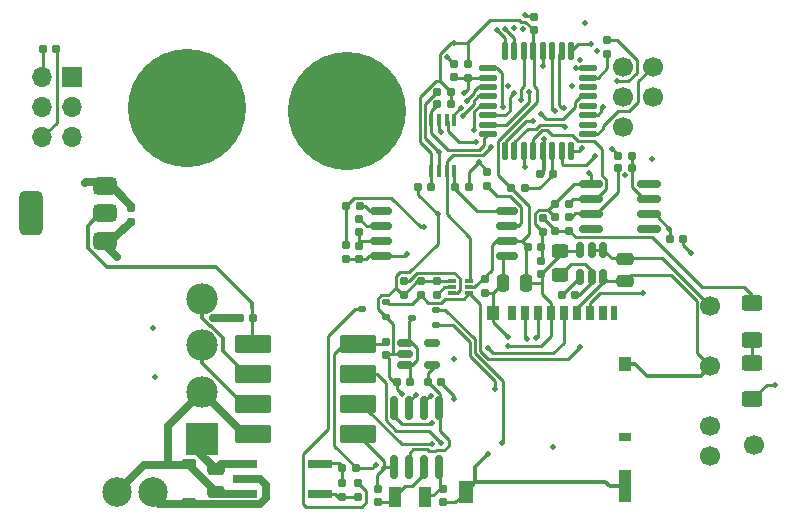
<source format=gbl>
G04 #@! TF.GenerationSoftware,KiCad,Pcbnew,8.0.0*
G04 #@! TF.CreationDate,2024-04-27T08:46:39-07:00*
G04 #@! TF.ProjectId,module controller,6d6f6475-6c65-4206-936f-6e74726f6c6c,rev?*
G04 #@! TF.SameCoordinates,Original*
G04 #@! TF.FileFunction,Copper,L4,Bot*
G04 #@! TF.FilePolarity,Positive*
%FSLAX46Y46*%
G04 Gerber Fmt 4.6, Leading zero omitted, Abs format (unit mm)*
G04 Created by KiCad (PCBNEW 8.0.0) date 2024-04-27 08:46:39*
%MOMM*%
%LPD*%
G01*
G04 APERTURE LIST*
G04 Aperture macros list*
%AMRoundRect*
0 Rectangle with rounded corners*
0 $1 Rounding radius*
0 $2 $3 $4 $5 $6 $7 $8 $9 X,Y pos of 4 corners*
0 Add a 4 corners polygon primitive as box body*
4,1,4,$2,$3,$4,$5,$6,$7,$8,$9,$2,$3,0*
0 Add four circle primitives for the rounded corners*
1,1,$1+$1,$2,$3*
1,1,$1+$1,$4,$5*
1,1,$1+$1,$6,$7*
1,1,$1+$1,$8,$9*
0 Add four rect primitives between the rounded corners*
20,1,$1+$1,$2,$3,$4,$5,0*
20,1,$1+$1,$4,$5,$6,$7,0*
20,1,$1+$1,$6,$7,$8,$9,0*
20,1,$1+$1,$8,$9,$2,$3,0*%
G04 Aperture macros list end*
G04 #@! TA.AperFunction,ComponentPad*
%ADD10C,1.700000*%
G04 #@! TD*
G04 #@! TA.AperFunction,ComponentPad*
%ADD11C,10.000000*%
G04 #@! TD*
G04 #@! TA.AperFunction,ComponentPad*
%ADD12C,2.500000*%
G04 #@! TD*
G04 #@! TA.AperFunction,SMDPad,CuDef*
%ADD13RoundRect,0.250000X-0.450000X0.325000X-0.450000X-0.325000X0.450000X-0.325000X0.450000X0.325000X0*%
G04 #@! TD*
G04 #@! TA.AperFunction,SMDPad,CuDef*
%ADD14RoundRect,0.155000X0.212500X0.155000X-0.212500X0.155000X-0.212500X-0.155000X0.212500X-0.155000X0*%
G04 #@! TD*
G04 #@! TA.AperFunction,SMDPad,CuDef*
%ADD15RoundRect,0.155000X0.155000X-0.212500X0.155000X0.212500X-0.155000X0.212500X-0.155000X-0.212500X0*%
G04 #@! TD*
G04 #@! TA.AperFunction,SMDPad,CuDef*
%ADD16R,1.000000X1.800000*%
G04 #@! TD*
G04 #@! TA.AperFunction,SMDPad,CuDef*
%ADD17RoundRect,0.155000X-0.212500X-0.155000X0.212500X-0.155000X0.212500X0.155000X-0.212500X0.155000X0*%
G04 #@! TD*
G04 #@! TA.AperFunction,SMDPad,CuDef*
%ADD18RoundRect,0.160000X-0.160000X0.197500X-0.160000X-0.197500X0.160000X-0.197500X0.160000X0.197500X0*%
G04 #@! TD*
G04 #@! TA.AperFunction,SMDPad,CuDef*
%ADD19RoundRect,0.155000X-0.155000X0.212500X-0.155000X-0.212500X0.155000X-0.212500X0.155000X0.212500X0*%
G04 #@! TD*
G04 #@! TA.AperFunction,SMDPad,CuDef*
%ADD20RoundRect,0.160000X-0.197500X-0.160000X0.197500X-0.160000X0.197500X0.160000X-0.197500X0.160000X0*%
G04 #@! TD*
G04 #@! TA.AperFunction,ComponentPad*
%ADD21R,2.667000X2.667000*%
G04 #@! TD*
G04 #@! TA.AperFunction,ComponentPad*
%ADD22C,2.667000*%
G04 #@! TD*
G04 #@! TA.AperFunction,SMDPad,CuDef*
%ADD23RoundRect,0.250000X-0.475000X0.250000X-0.475000X-0.250000X0.475000X-0.250000X0.475000X0.250000X0*%
G04 #@! TD*
G04 #@! TA.AperFunction,SMDPad,CuDef*
%ADD24RoundRect,0.160000X0.197500X0.160000X-0.197500X0.160000X-0.197500X-0.160000X0.197500X-0.160000X0*%
G04 #@! TD*
G04 #@! TA.AperFunction,SMDPad,CuDef*
%ADD25RoundRect,0.150000X0.150000X-0.825000X0.150000X0.825000X-0.150000X0.825000X-0.150000X-0.825000X0*%
G04 #@! TD*
G04 #@! TA.AperFunction,SMDPad,CuDef*
%ADD26RoundRect,0.250000X-0.625000X0.400000X-0.625000X-0.400000X0.625000X-0.400000X0.625000X0.400000X0*%
G04 #@! TD*
G04 #@! TA.AperFunction,SMDPad,CuDef*
%ADD27RoundRect,0.112500X-0.237500X0.112500X-0.237500X-0.112500X0.237500X-0.112500X0.237500X0.112500X0*%
G04 #@! TD*
G04 #@! TA.AperFunction,SMDPad,CuDef*
%ADD28RoundRect,0.250000X1.300000X0.550000X-1.300000X0.550000X-1.300000X-0.550000X1.300000X-0.550000X0*%
G04 #@! TD*
G04 #@! TA.AperFunction,SMDPad,CuDef*
%ADD29RoundRect,0.150000X0.750000X0.150000X-0.750000X0.150000X-0.750000X-0.150000X0.750000X-0.150000X0*%
G04 #@! TD*
G04 #@! TA.AperFunction,SMDPad,CuDef*
%ADD30RoundRect,0.160000X0.160000X-0.197500X0.160000X0.197500X-0.160000X0.197500X-0.160000X-0.197500X0*%
G04 #@! TD*
G04 #@! TA.AperFunction,SMDPad,CuDef*
%ADD31R,0.400000X1.100000*%
G04 #@! TD*
G04 #@! TA.AperFunction,SMDPad,CuDef*
%ADD32R,0.700000X1.200000*%
G04 #@! TD*
G04 #@! TA.AperFunction,SMDPad,CuDef*
%ADD33R,0.500000X1.200000*%
G04 #@! TD*
G04 #@! TA.AperFunction,SMDPad,CuDef*
%ADD34R,1.000000X0.800000*%
G04 #@! TD*
G04 #@! TA.AperFunction,SMDPad,CuDef*
%ADD35R,1.000000X2.800000*%
G04 #@! TD*
G04 #@! TA.AperFunction,SMDPad,CuDef*
%ADD36R,1.000000X1.200000*%
G04 #@! TD*
G04 #@! TA.AperFunction,SMDPad,CuDef*
%ADD37R,1.300000X1.900000*%
G04 #@! TD*
G04 #@! TA.AperFunction,SMDPad,CuDef*
%ADD38RoundRect,0.150000X-0.825000X-0.150000X0.825000X-0.150000X0.825000X0.150000X-0.825000X0.150000X0*%
G04 #@! TD*
G04 #@! TA.AperFunction,ComponentPad*
%ADD39R,1.700000X1.700000*%
G04 #@! TD*
G04 #@! TA.AperFunction,ComponentPad*
%ADD40O,1.700000X1.700000*%
G04 #@! TD*
G04 #@! TA.AperFunction,SMDPad,CuDef*
%ADD41R,2.000000X0.640000*%
G04 #@! TD*
G04 #@! TA.AperFunction,SMDPad,CuDef*
%ADD42RoundRect,0.150000X-0.150000X0.512500X-0.150000X-0.512500X0.150000X-0.512500X0.150000X0.512500X0*%
G04 #@! TD*
G04 #@! TA.AperFunction,SMDPad,CuDef*
%ADD43RoundRect,0.250000X0.250000X0.475000X-0.250000X0.475000X-0.250000X-0.475000X0.250000X-0.475000X0*%
G04 #@! TD*
G04 #@! TA.AperFunction,SMDPad,CuDef*
%ADD44RoundRect,0.075000X-0.275000X-0.075000X0.275000X-0.075000X0.275000X0.075000X-0.275000X0.075000X0*%
G04 #@! TD*
G04 #@! TA.AperFunction,SMDPad,CuDef*
%ADD45RoundRect,0.375000X0.625000X0.375000X-0.625000X0.375000X-0.625000X-0.375000X0.625000X-0.375000X0*%
G04 #@! TD*
G04 #@! TA.AperFunction,SMDPad,CuDef*
%ADD46RoundRect,0.500000X0.500000X1.400000X-0.500000X1.400000X-0.500000X-1.400000X0.500000X-1.400000X0*%
G04 #@! TD*
G04 #@! TA.AperFunction,SMDPad,CuDef*
%ADD47RoundRect,0.225000X0.375000X-0.225000X0.375000X0.225000X-0.375000X0.225000X-0.375000X-0.225000X0*%
G04 #@! TD*
G04 #@! TA.AperFunction,SMDPad,CuDef*
%ADD48RoundRect,0.150000X-0.512500X-0.150000X0.512500X-0.150000X0.512500X0.150000X-0.512500X0.150000X0*%
G04 #@! TD*
G04 #@! TA.AperFunction,SMDPad,CuDef*
%ADD49RoundRect,0.125000X-0.125000X0.675000X-0.125000X-0.675000X0.125000X-0.675000X0.125000X0.675000X0*%
G04 #@! TD*
G04 #@! TA.AperFunction,SMDPad,CuDef*
%ADD50RoundRect,0.125000X0.675000X0.125000X-0.675000X0.125000X-0.675000X-0.125000X0.675000X-0.125000X0*%
G04 #@! TD*
G04 #@! TA.AperFunction,ViaPad*
%ADD51C,0.500000*%
G04 #@! TD*
G04 #@! TA.AperFunction,Conductor*
%ADD52C,0.254000*%
G04 #@! TD*
G04 #@! TA.AperFunction,Conductor*
%ADD53C,0.350000*%
G04 #@! TD*
G04 #@! TA.AperFunction,Conductor*
%ADD54C,0.635000*%
G04 #@! TD*
G04 APERTURE END LIST*
D10*
X152200000Y-70500000D03*
X143660000Y-41010000D03*
X141120000Y-41010000D03*
D11*
X117750000Y-42250000D03*
D12*
X101330000Y-74520000D03*
X98330000Y-74520000D03*
D11*
X104250000Y-42000000D03*
D10*
X143660000Y-38470000D03*
X141120000Y-38470000D03*
X141130000Y-43550000D03*
D13*
X135800000Y-54075000D03*
X135800000Y-56125000D03*
D14*
X135217500Y-47600000D03*
X134082500Y-47600000D03*
D15*
X125870000Y-75337500D03*
X125870000Y-74202500D03*
D16*
X121880000Y-74880000D03*
X124380000Y-74880000D03*
D17*
X124612500Y-65150000D03*
X125747500Y-65150000D03*
D15*
X133600000Y-35387500D03*
X133600000Y-34252500D03*
D18*
X135400000Y-51202500D03*
X135400000Y-52397500D03*
D19*
X121050000Y-61772500D03*
X121050000Y-62907500D03*
D20*
X140722500Y-46040000D03*
X141917500Y-46040000D03*
D17*
X126962500Y-48680000D03*
X128097500Y-48680000D03*
D21*
X105500000Y-70000000D03*
D22*
X105500000Y-66038000D03*
X105500000Y-62075000D03*
X105500000Y-58113000D03*
D23*
X141300000Y-54750000D03*
X141300000Y-56650000D03*
D19*
X134400000Y-51332500D03*
X134400000Y-52467500D03*
D15*
X126820000Y-39367500D03*
X126820000Y-38232500D03*
D18*
X136600000Y-51202500D03*
X136600000Y-52397500D03*
D24*
X141887500Y-47050000D03*
X140692500Y-47050000D03*
D14*
X109837500Y-59730000D03*
X108702500Y-59730000D03*
D25*
X125595000Y-72335000D03*
X124325000Y-72335000D03*
X123055000Y-72335000D03*
X121785000Y-72335000D03*
X121785000Y-67385000D03*
X123055000Y-67385000D03*
X124325000Y-67385000D03*
X125595000Y-67385000D03*
D26*
X152080000Y-63550000D03*
X152080000Y-66650000D03*
D27*
X121090000Y-58389999D03*
X121089999Y-59690000D03*
X119090000Y-59040000D03*
D28*
X118695000Y-61960000D03*
X118695000Y-64500000D03*
X118695000Y-67040000D03*
X118695000Y-69580000D03*
X109805000Y-69580000D03*
X109805000Y-67040000D03*
X109805000Y-64500000D03*
X109805000Y-61960000D03*
D14*
X123117500Y-65210000D03*
X121982500Y-65210000D03*
D10*
X148558200Y-71480000D03*
X148558200Y-68940000D03*
X148558200Y-63860000D03*
X148558200Y-58780000D03*
D29*
X131295000Y-50715000D03*
X131295000Y-51985000D03*
X131295000Y-53255000D03*
X131295000Y-54525000D03*
X120645000Y-54525000D03*
X120645000Y-53255000D03*
X120645000Y-51985000D03*
X120645000Y-50715000D03*
D26*
X152080000Y-58500000D03*
X152080000Y-61600000D03*
D15*
X99500000Y-51605000D03*
X99500000Y-50470000D03*
D14*
X136567500Y-50100000D03*
X135432500Y-50100000D03*
D30*
X122570000Y-57810000D03*
X122570000Y-56615000D03*
D18*
X117380000Y-73712500D03*
X117380000Y-74907500D03*
X125380000Y-56605000D03*
X125380000Y-57800000D03*
D24*
X118867500Y-50290000D03*
X117672500Y-50290000D03*
D30*
X124020000Y-57830000D03*
X124020000Y-56635000D03*
D19*
X118810000Y-53632500D03*
X118810000Y-54767500D03*
D31*
X124925000Y-43010000D03*
X125575000Y-43010000D03*
X126225000Y-43010000D03*
X126875000Y-43010000D03*
X126875000Y-47310000D03*
X126225000Y-47310000D03*
X125575000Y-47310000D03*
X124925000Y-47310000D03*
D30*
X139770000Y-37397500D03*
X139770000Y-36202500D03*
D27*
X125300000Y-59069999D03*
X125299999Y-60370000D03*
X123300000Y-59720000D03*
D19*
X120440000Y-74202500D03*
X120440000Y-75337500D03*
D14*
X134217500Y-53750000D03*
X133082500Y-53750000D03*
D32*
X131725000Y-59375000D03*
X132825000Y-59375000D03*
X133925000Y-59375000D03*
X135025000Y-59375000D03*
X136125000Y-59375000D03*
X137225000Y-59375000D03*
X138325000Y-59375000D03*
X139425000Y-59375000D03*
D33*
X140375000Y-59375000D03*
D34*
X141325000Y-69875000D03*
D35*
X141325000Y-74025000D03*
D36*
X141325000Y-63675000D03*
X130175000Y-59375000D03*
D37*
X127825000Y-74475000D03*
D18*
X118730000Y-73712500D03*
X118730000Y-74907500D03*
D19*
X118810000Y-51352500D03*
X118810000Y-52487500D03*
D38*
X138425000Y-52205000D03*
X138425000Y-50935000D03*
X138425000Y-49665000D03*
X138425000Y-48395000D03*
X143375000Y-48395000D03*
X143375000Y-49665000D03*
X143375000Y-50935000D03*
X143375000Y-52205000D03*
D24*
X126597500Y-40640000D03*
X125402500Y-40640000D03*
D17*
X135957500Y-57785000D03*
X137092500Y-57785000D03*
D18*
X129650000Y-47402500D03*
X129650000Y-48597500D03*
D17*
X145112500Y-53040000D03*
X146247500Y-53040000D03*
D39*
X94512500Y-39395000D03*
D40*
X91972500Y-39395000D03*
X94512500Y-41935000D03*
X91972500Y-41935000D03*
X94512500Y-44475000D03*
X91972500Y-44475000D03*
D41*
X115480000Y-72110000D03*
X115480000Y-74650000D03*
X109180000Y-74650000D03*
X109180000Y-73380000D03*
X109180000Y-72110000D03*
D15*
X134200000Y-56042500D03*
X134200000Y-54907500D03*
D24*
X126607500Y-41680000D03*
X125412500Y-41680000D03*
D20*
X117362500Y-72470000D03*
X118557500Y-72470000D03*
D42*
X137550000Y-53980500D03*
X138500000Y-53980500D03*
X139450000Y-53980500D03*
X139450000Y-56255500D03*
X138500000Y-56255500D03*
X137550000Y-56255500D03*
D17*
X92032500Y-36990000D03*
X93167500Y-36990000D03*
D43*
X132925000Y-56825000D03*
X131025000Y-56825000D03*
D44*
X126650000Y-57655000D03*
X126650000Y-57155000D03*
X126650000Y-56655000D03*
X128150000Y-56655000D03*
X128150000Y-57155000D03*
X128150000Y-57655000D03*
D19*
X117730000Y-53602500D03*
X117730000Y-54737500D03*
D23*
X106651764Y-72571764D03*
X106651764Y-74471764D03*
D45*
X97310000Y-48610000D03*
X97310000Y-50910000D03*
X97310000Y-53210000D03*
D46*
X91010000Y-50910000D03*
D47*
X104380000Y-75447500D03*
X104380000Y-72147500D03*
D20*
X131672500Y-48750000D03*
X132867500Y-48750000D03*
D19*
X129470000Y-56472500D03*
X129470000Y-57607500D03*
D18*
X128020000Y-38232500D03*
X128020000Y-39427500D03*
D48*
X122702500Y-63770000D03*
X122702500Y-62820000D03*
X122702500Y-61870000D03*
X124977500Y-61870000D03*
X124977500Y-63770000D03*
D49*
X131150000Y-37150000D03*
X131950000Y-37150000D03*
X132750000Y-37150000D03*
X133550000Y-37150000D03*
X134350000Y-37150000D03*
X135150000Y-37150000D03*
X135950000Y-37150000D03*
X136750000Y-37150000D03*
D50*
X138200000Y-38600000D03*
X138200000Y-39400000D03*
X138200000Y-40200000D03*
X138200000Y-41000000D03*
X138200000Y-41800000D03*
X138200000Y-42600000D03*
X138200000Y-43400000D03*
X138200000Y-44200000D03*
D49*
X136750000Y-45650000D03*
X135950000Y-45650000D03*
X135150000Y-45650000D03*
X134350000Y-45650000D03*
X133550000Y-45650000D03*
X132750000Y-45650000D03*
X131950000Y-45650000D03*
X131150000Y-45650000D03*
D50*
X129700000Y-44200000D03*
X129700000Y-43400000D03*
X129700000Y-42600000D03*
X129700000Y-41800000D03*
X129700000Y-41000000D03*
X129700000Y-40200000D03*
X129700000Y-39400000D03*
X129700000Y-38600000D03*
D14*
X124915000Y-48710000D03*
X123780000Y-48710000D03*
D51*
X134350000Y-38430000D03*
X126235080Y-37668317D03*
X143610000Y-46290000D03*
X138969345Y-37127899D03*
X138282291Y-47449290D03*
X146920000Y-54230000D03*
X126828356Y-66638357D03*
X128950000Y-46590000D03*
X134481399Y-44581399D03*
X127400682Y-41972071D03*
X120924994Y-72425006D03*
X141277042Y-47684083D03*
X122419706Y-66206322D03*
X125450000Y-50990000D03*
X135250000Y-70720000D03*
X131413512Y-61369454D03*
X132832504Y-34102937D03*
X129730000Y-71260000D03*
X136810000Y-40110000D03*
X131454000Y-40148391D03*
X131387330Y-62119000D03*
X126844336Y-36492162D03*
X120220656Y-72167313D03*
X130900000Y-70380000D03*
X137933614Y-34801408D03*
X145080002Y-52190002D03*
X122882735Y-54382735D03*
X98290000Y-54570000D03*
X95630000Y-48310000D03*
X106430000Y-59720000D03*
X101560000Y-64740000D03*
X101350000Y-60600000D03*
X138753000Y-46072235D03*
X140241644Y-45428356D03*
X130330000Y-65800000D03*
X130459187Y-35398859D03*
X134175294Y-42480000D03*
X131175011Y-35298681D03*
X127730000Y-40700000D03*
X137156874Y-38567383D03*
X133800000Y-61492000D03*
X128497000Y-43823000D03*
X129752330Y-62327670D03*
X138440244Y-36585782D03*
X142810000Y-57660000D03*
X139450000Y-41895517D03*
X124999999Y-70436713D03*
X135428209Y-42258929D03*
X136126825Y-41986092D03*
X125761080Y-70317684D03*
X133000000Y-61520000D03*
X132820000Y-46970000D03*
X133549895Y-43097426D03*
X123593450Y-66264454D03*
X127595410Y-42666874D03*
X124959603Y-68646292D03*
X131000000Y-41927616D03*
X126860000Y-63250000D03*
X124273000Y-52070000D03*
X136217850Y-43557000D03*
X154030000Y-65400000D03*
X137645031Y-45410282D03*
X137469383Y-37902089D03*
X132655318Y-35329530D03*
X133191866Y-40593584D03*
X131927691Y-35235358D03*
X131913000Y-40692725D03*
X127925688Y-41391024D03*
X124888628Y-66328085D03*
X125730000Y-43990000D03*
X125580000Y-45710000D03*
X128728919Y-44824839D03*
X132540000Y-41280000D03*
X137500000Y-62200000D03*
X140667086Y-39688555D03*
X129946000Y-45296528D03*
D52*
X123399288Y-70890713D02*
X123120000Y-71170001D01*
X125378740Y-70944684D02*
X125259711Y-71063713D01*
X123120000Y-71170001D02*
X123120000Y-72145000D01*
X124740287Y-71063713D02*
X124567287Y-70890713D01*
X124612500Y-65182500D02*
X125660000Y-66230000D01*
X125297500Y-63770000D02*
X124612500Y-64455000D01*
X125660000Y-69329892D02*
X126388080Y-70057972D01*
X125259711Y-71063713D02*
X124740287Y-71063713D01*
X126020792Y-70944684D02*
X125378740Y-70944684D01*
X124612500Y-64455000D02*
X124612500Y-65182500D01*
X124567287Y-70890713D02*
X123399288Y-70890713D01*
X126388080Y-70057972D02*
X126388080Y-70577396D01*
X126388080Y-70577396D02*
X126020792Y-70944684D01*
X125660000Y-66230000D02*
X125660000Y-69329892D01*
X135100000Y-47708018D02*
X134058018Y-48750000D01*
X135100000Y-46150000D02*
X135100000Y-47708018D01*
X134058018Y-48750000D02*
X132867500Y-48750000D01*
X125660000Y-72145000D02*
X125660000Y-74210000D01*
X125660000Y-74210000D02*
X125080000Y-74790000D01*
X125080000Y-74790000D02*
X124380000Y-74790000D01*
X120440000Y-75337500D02*
X120987500Y-75337500D01*
X121330000Y-75340000D02*
X122660000Y-74010000D01*
X123270000Y-74010000D02*
X124390000Y-72890000D01*
X122660000Y-74010000D02*
X123270000Y-74010000D01*
X120987500Y-75337500D02*
X120990000Y-75340000D01*
X120990000Y-75340000D02*
X121330000Y-75340000D01*
X136966018Y-48395000D02*
X138425000Y-48395000D01*
X121360000Y-64777500D02*
X121772500Y-65190000D01*
D53*
X142175000Y-63675000D02*
X141325000Y-63675000D01*
D52*
X120320000Y-73030000D02*
X120924994Y-72425006D01*
X138425000Y-47591999D02*
X138282291Y-47449290D01*
X147381200Y-62683000D02*
X148558200Y-63860000D01*
X121923000Y-57195500D02*
X121923000Y-56211344D01*
X122265844Y-55868500D02*
X123061500Y-55868500D01*
X125380000Y-56605000D02*
X124050000Y-56605000D01*
X120367499Y-58967500D02*
X121690000Y-60290001D01*
X125870000Y-75337500D02*
X126962500Y-75337500D01*
X141300000Y-56650000D02*
X139844500Y-56650000D01*
D53*
X148558200Y-63860000D02*
X147718200Y-64700000D01*
D52*
X133573437Y-34225937D02*
X132955504Y-34225937D01*
D53*
X128654000Y-73646000D02*
X139646000Y-73646000D01*
D52*
X126875000Y-43010000D02*
X126875000Y-42497753D01*
X130107500Y-57607500D02*
X130175000Y-57675000D01*
X121690000Y-62700000D02*
X121810000Y-62820000D01*
X121360000Y-63217500D02*
X121360000Y-64777500D01*
X121785000Y-72335000D02*
X121015000Y-72335000D01*
X93203500Y-37026000D02*
X93203500Y-43244000D01*
X121015000Y-72335000D02*
X120924994Y-72425006D01*
X141799938Y-56150062D02*
X145196774Y-56150062D01*
X123022500Y-62820000D02*
X121810000Y-62820000D01*
X123745000Y-56635000D02*
X122570000Y-57810000D01*
D53*
X128654000Y-72336000D02*
X128654000Y-73646000D01*
D52*
X121982500Y-65769116D02*
X121982500Y-65210000D01*
X120924994Y-71864994D02*
X118785000Y-69725000D01*
D53*
X129730000Y-71260000D02*
X128654000Y-72336000D01*
D52*
X134400000Y-52467500D02*
X133709000Y-51776500D01*
X134022982Y-50584000D02*
X134777018Y-50584000D01*
X123061500Y-55868500D02*
X125450000Y-53480000D01*
X131025000Y-54795000D02*
X131295000Y-54525000D01*
X131025000Y-56825000D02*
X131025000Y-54795000D01*
X120924994Y-72425006D02*
X120924994Y-71864994D01*
X120667334Y-57837999D02*
X120367499Y-58137834D01*
X130175000Y-59375000D02*
X130175000Y-60130942D01*
X129650000Y-47290000D02*
X128950000Y-46590000D01*
X120367499Y-58137834D02*
X120367499Y-58967500D01*
X145196774Y-56150062D02*
X147381200Y-58334488D01*
X121690000Y-60290001D02*
X121690000Y-62700000D01*
X128097500Y-48680000D02*
X128097500Y-47442500D01*
X126962500Y-75337500D02*
X127825000Y-74475000D01*
X121050000Y-62907500D02*
X121360000Y-63217500D01*
X134350000Y-38430000D02*
X134350000Y-36650000D01*
X126650000Y-56655000D02*
X125430000Y-56655000D01*
X133709000Y-51776500D02*
X133709000Y-50897982D01*
X130175000Y-57675000D02*
X130175000Y-59375000D01*
X122419706Y-66206322D02*
X121982500Y-65769116D01*
X128097500Y-47442500D02*
X128950000Y-46590000D01*
X126875000Y-42497753D02*
X127400682Y-41972071D01*
X138425000Y-48395000D02*
X138425000Y-47591999D01*
X124020000Y-56635000D02*
X123745000Y-56635000D01*
X121923000Y-56211344D02*
X122265844Y-55868500D01*
X134777018Y-50584000D02*
X136966018Y-48395000D01*
X125450000Y-53480000D02*
X125450000Y-50990000D01*
X131025000Y-56825000D02*
X130175000Y-57675000D01*
X133709000Y-50897982D02*
X134022982Y-50584000D01*
X122537500Y-57810000D02*
X121923000Y-57195500D01*
X134082500Y-47600000D02*
X134481399Y-47201101D01*
X123780000Y-48710000D02*
X123780000Y-49320000D01*
X132832504Y-34102937D02*
X132955504Y-34225937D01*
X134350000Y-47532500D02*
X134350000Y-46050000D01*
D53*
X139646000Y-73646000D02*
X140025000Y-74025000D01*
D52*
X134777018Y-50584000D02*
X135395518Y-51202500D01*
X93203500Y-43244000D02*
X91972500Y-44475000D01*
X120320000Y-74352500D02*
X120320000Y-73030000D01*
X146247500Y-53040000D02*
X146247500Y-53557500D01*
X130175000Y-60130942D02*
X131413512Y-61369454D01*
X123780000Y-49320000D02*
X125450000Y-50990000D01*
X141300000Y-56650000D02*
X141799938Y-56150062D01*
X126235080Y-37668317D02*
X126799263Y-38232500D01*
D53*
X147718200Y-64700000D02*
X143200000Y-64700000D01*
X140025000Y-74025000D02*
X141325000Y-74025000D01*
D52*
X121280501Y-57837999D02*
X120667334Y-57837999D01*
X139450000Y-56718947D02*
X137225000Y-58943947D01*
D53*
X127825000Y-74475000D02*
X128654000Y-73646000D01*
D52*
X147381200Y-58334488D02*
X147381200Y-62683000D01*
X134481399Y-47201101D02*
X134481399Y-44581399D01*
X121810000Y-62820000D02*
X121137500Y-62820000D01*
X121923000Y-57195500D02*
X121280501Y-57837999D01*
D53*
X143200000Y-64700000D02*
X142175000Y-63675000D01*
D52*
X129470000Y-57607500D02*
X130107500Y-57607500D01*
X134300000Y-52567500D02*
X134300000Y-54807500D01*
X125747500Y-65287500D02*
X126828356Y-66368356D01*
X139844500Y-56650000D02*
X139450000Y-56255500D01*
X146247500Y-53557500D02*
X146920000Y-54230000D01*
X126828356Y-66368356D02*
X126828356Y-66638357D01*
X135957500Y-57785000D02*
X137487000Y-56255500D01*
X136713000Y-55212000D02*
X135800000Y-56125000D01*
X137346500Y-57785000D02*
X137433947Y-57785000D01*
X137433947Y-57785000D02*
X138500000Y-56718947D01*
X138500000Y-55792053D02*
X137919947Y-55212000D01*
X137919947Y-55212000D02*
X136713000Y-55212000D01*
X118557500Y-72470000D02*
X119917969Y-72470000D01*
X127968353Y-36492162D02*
X126844336Y-36492162D01*
X123944000Y-44824000D02*
X124925000Y-45805000D01*
X134167712Y-62119000D02*
X131387330Y-62119000D01*
X135025000Y-59375000D02*
X135025000Y-58521000D01*
X125291264Y-39700580D02*
X123944000Y-41047844D01*
X133082500Y-53750000D02*
X132587500Y-53255000D01*
X128150000Y-57155000D02*
X128570592Y-57155000D01*
X132892437Y-34679937D02*
X132480063Y-34679937D01*
X126562816Y-36492162D02*
X126844336Y-36492162D01*
X132480063Y-34679937D02*
X132360126Y-34560000D01*
X135025000Y-59375000D02*
X135025000Y-61261712D01*
X128020000Y-36543809D02*
X128020000Y-38232500D01*
X126597500Y-40640000D02*
X125658080Y-39700580D01*
X130573000Y-47653000D02*
X130573000Y-44775764D01*
X133550000Y-37150000D02*
X133550000Y-35437500D01*
X128570592Y-57155000D02*
X130068000Y-55657592D01*
X134250000Y-56800000D02*
X134250000Y-56067500D01*
X125658080Y-39700580D02*
X125658080Y-37396898D01*
X135800000Y-54442500D02*
X134200000Y-56042500D01*
X119917969Y-72470000D02*
X120220656Y-72167313D01*
X126607500Y-41680000D02*
X126607500Y-40650000D01*
X118557500Y-72418632D02*
X116700000Y-70561132D01*
X132587500Y-53255000D02*
X131295000Y-53255000D01*
X125658080Y-39700580D02*
X125291264Y-39700580D01*
X133224000Y-50301500D02*
X133224000Y-52618500D01*
X92032500Y-36990000D02*
X92032500Y-39335000D01*
X133600000Y-40115006D02*
X133600000Y-37200000D01*
X124915000Y-48710000D02*
X124915000Y-47320000D01*
X130068000Y-55657592D02*
X130068000Y-53582001D01*
X132925000Y-56825000D02*
X132925000Y-53907500D01*
X124925000Y-45805000D02*
X124925000Y-47310000D01*
X133224000Y-52618500D02*
X132587500Y-53255000D01*
X131672500Y-48750000D02*
X133224000Y-50301500D01*
X135800000Y-54075000D02*
X137455500Y-54075000D01*
X127968353Y-36492162D02*
X128020000Y-36543809D01*
X123944000Y-41047844D02*
X123944000Y-44824000D01*
X130573000Y-44775764D02*
X133868000Y-41480764D01*
X134225000Y-56825000D02*
X134250000Y-56800000D01*
X118785000Y-61980000D02*
X121222500Y-61980000D01*
X135025000Y-61261712D02*
X134167712Y-62119000D01*
X133868000Y-40383006D02*
X133600000Y-40115006D01*
X130395001Y-53255000D02*
X131295000Y-53255000D01*
X132360126Y-34560000D02*
X129900515Y-34560000D01*
X116700000Y-62840000D02*
X117560000Y-61980000D01*
X133600000Y-35387500D02*
X132892437Y-34679937D01*
X135025000Y-58521000D02*
X134250000Y-57746000D01*
X131670000Y-48750000D02*
X130573000Y-47653000D01*
X132925000Y-56825000D02*
X134225000Y-56825000D01*
X134250000Y-57746000D02*
X134250000Y-56800000D01*
X133868000Y-41480764D02*
X133868000Y-40383006D01*
X130068000Y-53582001D02*
X130395001Y-53255000D01*
X116700000Y-70561132D02*
X116700000Y-62840000D01*
X129900515Y-34560000D02*
X127968353Y-36492162D01*
X125658080Y-37396898D02*
X126562816Y-36492162D01*
X130957000Y-65087000D02*
X128614000Y-62744000D01*
X140200000Y-54700000D02*
X141250000Y-54700000D01*
X130900000Y-70380000D02*
X130957000Y-70323000D01*
X128614000Y-62744000D02*
X128614000Y-61581947D01*
X126102052Y-59069999D02*
X125300000Y-59069999D01*
X144102500Y-51212500D02*
X145080002Y-52190002D01*
X144478200Y-54700000D02*
X148558200Y-58780000D01*
X141350000Y-54700000D02*
X144478200Y-54700000D01*
X145112500Y-52222500D02*
X145080002Y-52190002D01*
X145112500Y-53040000D02*
X145112500Y-52222500D01*
X130957000Y-70323000D02*
X130957000Y-65087000D01*
X144102500Y-50935000D02*
X144102500Y-51212500D01*
X139480500Y-53980500D02*
X140200000Y-54700000D01*
X139450000Y-53980500D02*
X138500000Y-53980500D01*
X128614000Y-61581947D02*
X126102052Y-59069999D01*
X134400000Y-51332500D02*
X135400000Y-52332500D01*
X151400000Y-57150000D02*
X152080000Y-57830000D01*
X135400000Y-52397500D02*
X136600000Y-52397500D01*
X152080000Y-57830000D02*
X152080000Y-58500000D01*
X143635338Y-52937000D02*
X147848338Y-57150000D01*
X136600000Y-52397500D02*
X137139500Y-52937000D01*
X147848338Y-57150000D02*
X151400000Y-57150000D01*
X137139500Y-52937000D02*
X143635338Y-52937000D01*
X118810000Y-54767500D02*
X119382500Y-54767500D01*
X119625000Y-54525000D02*
X120645000Y-54525000D01*
X117730000Y-54737500D02*
X118780000Y-54737500D01*
X120645000Y-54525000D02*
X122740470Y-54525000D01*
X122740470Y-54525000D02*
X122882735Y-54382735D01*
X119382500Y-54767500D02*
X119625000Y-54525000D01*
D54*
X110450000Y-75540000D02*
X104400000Y-75540000D01*
X110400000Y-73380000D02*
X110958295Y-73938295D01*
X110958295Y-73938295D02*
X110958295Y-75031705D01*
X109180000Y-73380000D02*
X110400000Y-73380000D01*
X104380000Y-75520000D02*
X101890000Y-75520000D01*
X110958295Y-75031705D02*
X110450000Y-75540000D01*
X105282500Y-71202500D02*
X105282500Y-70217500D01*
X106651764Y-72571764D02*
X105282500Y-71202500D01*
X106651764Y-72571764D02*
X107113528Y-72110000D01*
X97020001Y-53300001D02*
X98290000Y-54570000D01*
X99500001Y-51604999D02*
X98247501Y-52857499D01*
X98247501Y-52857499D02*
X97250001Y-52857500D01*
X107113528Y-72110000D02*
X109180000Y-72110000D01*
X99500002Y-50240002D02*
X97517500Y-48257500D01*
X100590000Y-72220000D02*
X98281764Y-74528236D01*
X102640001Y-68897999D02*
X102640001Y-72089999D01*
X97250000Y-48257501D02*
X95682499Y-48257501D01*
X95682499Y-48257501D02*
X95630000Y-48310000D01*
X104400000Y-72220000D02*
X106651764Y-74471764D01*
X108702500Y-59730000D02*
X106440000Y-59730000D01*
X105500000Y-66038000D02*
X109062000Y-69600000D01*
X104380000Y-72220000D02*
X100590000Y-72220000D01*
X99500002Y-50470000D02*
X99500002Y-50240002D01*
X105500000Y-66038000D02*
X102640001Y-68897999D01*
X106440000Y-59730000D02*
X106430000Y-59720000D01*
X108760000Y-74630000D02*
X106810000Y-74630000D01*
D53*
X109767500Y-58900000D02*
X109767500Y-58487500D01*
X106732501Y-55452501D02*
X97442447Y-55452501D01*
X109767500Y-58487500D02*
X106732501Y-55452501D01*
D52*
X109767500Y-58900000D02*
X109767500Y-61852500D01*
D53*
X95825000Y-51982501D02*
X97250000Y-50557501D01*
X95825000Y-53835054D02*
X95825000Y-51982501D01*
X97442447Y-55452501D02*
X95825000Y-53835054D01*
D52*
X134333085Y-43843000D02*
X133550000Y-44626085D01*
X135117000Y-44260288D02*
X134699712Y-43843000D01*
X139380000Y-45453424D02*
X138703576Y-44777000D01*
X134699712Y-43843000D02*
X134333085Y-43843000D01*
X139727000Y-48818947D02*
X139727000Y-48043264D01*
X139727000Y-48043264D02*
X139380000Y-47696264D01*
X133550000Y-44626085D02*
X133550000Y-45650000D01*
X138880947Y-49665000D02*
X139727000Y-48818947D01*
X136817600Y-44260288D02*
X135117000Y-44260288D01*
X137334312Y-44777000D02*
X136817600Y-44260288D01*
X138703576Y-44777000D02*
X137334312Y-44777000D01*
X136900000Y-49700000D02*
X138390000Y-49700000D01*
X139380000Y-47696264D02*
X139380000Y-45453424D01*
X136567500Y-50032500D02*
X136900000Y-49700000D01*
X140722500Y-45909212D02*
X140241644Y-45428356D01*
X137994235Y-46831000D02*
X138753000Y-46072235D01*
X136077000Y-46831000D02*
X137994235Y-46831000D01*
X135950000Y-45650000D02*
X135950000Y-46704000D01*
X135950000Y-46704000D02*
X136077000Y-46831000D01*
X125299999Y-60370000D02*
X126760000Y-60370000D01*
X128160000Y-62960000D02*
X130330000Y-65130000D01*
X126760000Y-60370000D02*
X128160000Y-61770000D01*
X128160000Y-61770000D02*
X128160000Y-62960000D01*
X130330000Y-65130000D02*
X130330000Y-65800000D01*
X130459187Y-35398859D02*
X131150000Y-36089672D01*
X131150000Y-36089672D02*
X131150000Y-37550000D01*
X137557312Y-41000000D02*
X137073000Y-41484312D01*
X134595294Y-42900000D02*
X134175294Y-42480000D01*
X137073000Y-41484312D02*
X137073000Y-41927000D01*
X136100000Y-42900000D02*
X134595294Y-42900000D01*
X137073000Y-41927000D02*
X136100000Y-42900000D01*
X131175011Y-35298681D02*
X131950000Y-36073670D01*
X131950000Y-36073670D02*
X131950000Y-37150000D01*
X128020000Y-39427500D02*
X128020000Y-40410000D01*
X128020000Y-40410000D02*
X127730000Y-40700000D01*
X128020000Y-39427500D02*
X126880000Y-39427500D01*
X129700000Y-39400000D02*
X128047500Y-39400000D01*
X123740000Y-62340000D02*
X123022500Y-61622500D01*
X123117500Y-65210000D02*
X123117500Y-63865000D01*
X123022500Y-63770000D02*
X123320000Y-63770000D01*
X123022500Y-59997500D02*
X123300000Y-59720000D01*
X123320000Y-63770000D02*
X123740000Y-63350000D01*
X123740000Y-63350000D02*
X123740000Y-62340000D01*
X123022500Y-61622500D02*
X123022500Y-59997500D01*
X133925000Y-61367000D02*
X133800000Y-61492000D01*
X133925000Y-59375000D02*
X133925000Y-61367000D01*
X137857383Y-38567383D02*
X137156874Y-38567383D01*
X129045476Y-41800000D02*
X128573000Y-42272476D01*
X135230712Y-62746000D02*
X130170660Y-62746000D01*
X128573000Y-43747000D02*
X128497000Y-43823000D01*
X136125000Y-59375000D02*
X136125000Y-61851712D01*
X130170660Y-62746000D02*
X129752330Y-62327670D01*
X136125000Y-61851712D02*
X135230712Y-62746000D01*
X129690000Y-62390000D02*
X129752330Y-62327670D01*
X128573000Y-42272476D02*
X128573000Y-43747000D01*
X138325000Y-59375000D02*
X138325000Y-58521000D01*
X139186000Y-57660000D02*
X142810000Y-57660000D01*
X136750000Y-37150000D02*
X137314218Y-36585782D01*
X137314218Y-36585782D02*
X138440244Y-36585782D01*
X138325000Y-58521000D02*
X139186000Y-57660000D01*
X141927500Y-47010000D02*
X141927500Y-46040000D01*
X141947000Y-48692947D02*
X141947000Y-47109500D01*
X142919053Y-49665000D02*
X141947000Y-48692947D01*
X138880947Y-50935000D02*
X140690000Y-49125947D01*
X140690000Y-49125947D02*
X140690000Y-47052500D01*
X136797500Y-51202500D02*
X137100000Y-50900000D01*
X136600000Y-51202500D02*
X136797500Y-51202500D01*
X137100000Y-50900000D02*
X138390000Y-50900000D01*
X120645000Y-53255000D02*
X119028000Y-53255000D01*
X118810000Y-52487500D02*
X118810000Y-53473000D01*
X119028000Y-53255000D02*
X118810000Y-53473000D01*
X116730000Y-74650000D02*
X115480000Y-74650000D01*
X117380000Y-74907500D02*
X118730000Y-74907500D01*
X117111764Y-75031764D02*
X116730000Y-74650000D01*
X117255736Y-75031764D02*
X117111764Y-75031764D01*
X139327000Y-42018517D02*
X139327000Y-42272999D01*
X139327000Y-42272999D02*
X138999999Y-42600000D01*
X138999999Y-42600000D02*
X138200000Y-42600000D01*
X139450000Y-41895517D02*
X139327000Y-42018517D01*
X119495000Y-67532212D02*
X122399501Y-70436713D01*
X135310000Y-42290000D02*
X135397138Y-42290000D01*
X135397138Y-42290000D02*
X135428209Y-42258929D01*
X135150000Y-37550000D02*
X135150000Y-42130000D01*
X135278929Y-42258929D02*
X135428209Y-42258929D01*
X135150000Y-42130000D02*
X135278929Y-42258929D01*
X122399501Y-70436713D02*
X124999999Y-70436713D01*
X136070000Y-42080000D02*
X136070000Y-42042917D01*
X121108000Y-65293000D02*
X121108000Y-68432448D01*
X135730500Y-37369500D02*
X135730500Y-41740500D01*
X135976092Y-41986092D02*
X136126825Y-41986092D01*
X135730500Y-41740500D02*
X135976092Y-41986092D01*
X124742998Y-69293000D02*
X125761080Y-70311082D01*
X125761080Y-70311082D02*
X125761080Y-70317684D01*
X136070000Y-42042917D02*
X136126825Y-41986092D01*
X135950000Y-37150000D02*
X135730500Y-37369500D01*
X121968552Y-69293000D02*
X124742998Y-69293000D01*
X120335000Y-64520000D02*
X121108000Y-65293000D01*
X118785000Y-64520000D02*
X120335000Y-64520000D01*
X121108000Y-68432448D02*
X121968552Y-69293000D01*
X132750000Y-45650000D02*
X132750000Y-46900000D01*
X132750000Y-46900000D02*
X132820000Y-46970000D01*
X132825000Y-59375000D02*
X132825000Y-61345000D01*
X132825000Y-61345000D02*
X133000000Y-61520000D01*
X132902575Y-43097426D02*
X133549895Y-43097426D01*
X131150000Y-45650000D02*
X131150000Y-44850001D01*
X131150000Y-44850001D02*
X132902575Y-43097426D01*
X128091377Y-42103104D02*
X127595410Y-42599071D01*
X129700000Y-41000000D02*
X128900001Y-41000000D01*
X123055000Y-66802904D02*
X123593450Y-66264454D01*
X128552688Y-41650736D02*
X128100320Y-42103104D01*
X128100320Y-42103104D02*
X128091377Y-42103104D01*
X127595410Y-42599071D02*
X127595410Y-42666874D01*
X128900001Y-41000000D02*
X128552688Y-41347313D01*
X128552688Y-41347313D02*
X128552688Y-41650736D01*
X130499999Y-38600000D02*
X129700000Y-38600000D01*
X130877000Y-41804616D02*
X130877000Y-38977001D01*
X131000000Y-41927616D02*
X130877000Y-41804616D01*
X124697448Y-68737000D02*
X122417001Y-68737000D01*
X124788156Y-68646292D02*
X124697448Y-68737000D01*
X124959603Y-68646292D02*
X124788156Y-68646292D01*
X130877000Y-38977001D02*
X130499999Y-38600000D01*
X122417001Y-68737000D02*
X121850000Y-68169999D01*
D53*
X105500000Y-63550000D02*
X105500000Y-63077500D01*
X109010000Y-67060000D02*
X105500000Y-63550000D01*
X106153158Y-60422500D02*
X105500000Y-59769342D01*
X109235000Y-64520000D02*
X107262500Y-62547500D01*
X107262500Y-62547500D02*
X107262500Y-61421316D01*
X105500000Y-59769342D02*
X105500000Y-58113000D01*
X107262500Y-61421316D02*
X106263684Y-60422500D01*
X106263684Y-60422500D02*
X106153158Y-60422500D01*
D52*
X118369500Y-49593000D02*
X117672500Y-50290000D01*
X124020000Y-52070000D02*
X121543000Y-49593000D01*
X117672500Y-50290000D02*
X117672500Y-53545000D01*
X121543000Y-49593000D02*
X118369500Y-49593000D01*
X124273000Y-52070000D02*
X124020000Y-52070000D01*
X134145033Y-43389000D02*
X136049850Y-43389000D01*
X131950000Y-44850001D02*
X133075575Y-43724426D01*
X136049850Y-43389000D02*
X136217850Y-43557000D01*
X131950000Y-45650000D02*
X131950000Y-44850001D01*
X133809607Y-43724426D02*
X134145033Y-43389000D01*
X133075575Y-43724426D02*
X133809607Y-43724426D01*
X139770000Y-38629999D02*
X139770000Y-37397500D01*
X138999999Y-39400000D02*
X139770000Y-38629999D01*
X138200000Y-39400000D02*
X138999999Y-39400000D01*
X140698103Y-42241000D02*
X141658897Y-42241000D01*
X139460000Y-43479103D02*
X140698103Y-42241000D01*
X142429000Y-41470897D02*
X142429000Y-39701000D01*
X139460000Y-43730000D02*
X139460000Y-43479103D01*
X141658897Y-42241000D02*
X142429000Y-41470897D01*
X138200000Y-44200000D02*
X138990000Y-44200000D01*
X142429000Y-39701000D02*
X143660000Y-38470000D01*
X138990000Y-44200000D02*
X139460000Y-43730000D01*
X152080000Y-66650000D02*
X153330000Y-65400000D01*
X153330000Y-65400000D02*
X154030000Y-65400000D01*
X152080000Y-61600000D02*
X152080000Y-63550000D01*
X120645000Y-51985000D02*
X119442500Y-51985000D01*
X119442500Y-51985000D02*
X118810000Y-51352500D01*
X137405313Y-45650000D02*
X137645031Y-45410282D01*
X136750000Y-45650000D02*
X137405313Y-45650000D01*
X133191866Y-41474082D02*
X133191866Y-40593584D01*
X129700000Y-43400000D02*
X131265948Y-43400000D01*
X131265948Y-43400000D02*
X133191866Y-41474082D01*
X131579240Y-41026485D02*
X131913000Y-40692725D01*
X131187457Y-42600000D02*
X131579240Y-42208217D01*
X129700000Y-42600000D02*
X131187457Y-42600000D01*
X131579240Y-42208217D02*
X131579240Y-41026485D01*
X124325000Y-66815655D02*
X124812570Y-66328085D01*
X128573000Y-40527001D02*
X128573000Y-40684948D01*
X128573000Y-40684948D02*
X128043689Y-41214260D01*
X124812570Y-66328085D02*
X124888628Y-66328085D01*
X128900001Y-40200000D02*
X128573000Y-40527001D01*
X128043689Y-41214260D02*
X128043689Y-41273023D01*
X128043689Y-41273023D02*
X127925688Y-41391024D01*
X129700000Y-40200000D02*
X128900001Y-40200000D01*
X132522000Y-51758000D02*
X132295000Y-51985000D01*
X130449500Y-49397000D02*
X131557000Y-49397000D01*
X132295000Y-51985000D02*
X131295000Y-51985000D01*
X129650000Y-48597500D02*
X130449500Y-49397000D01*
X131557000Y-49397000D02*
X132522000Y-50362000D01*
X132522000Y-50362000D02*
X132522000Y-51758000D01*
X127327000Y-56399500D02*
X126848000Y-55920500D01*
X127093592Y-57632000D02*
X127327000Y-57398592D01*
X126673000Y-57632000D02*
X127093592Y-57632000D01*
X122989344Y-56615000D02*
X122570000Y-56615000D01*
X127327000Y-57398592D02*
X127327000Y-56399500D01*
X123683844Y-55920500D02*
X122989344Y-56615000D01*
X126848000Y-55920500D02*
X123683844Y-55920500D01*
X126025000Y-57155000D02*
X126650000Y-57155000D01*
X125380000Y-57800000D02*
X126025000Y-57155000D01*
X125575000Y-43010000D02*
X125575000Y-43835000D01*
X125575000Y-43835000D02*
X125730000Y-43990000D01*
X124398000Y-41644500D02*
X124398000Y-44528000D01*
X125580000Y-45710000D02*
X125575000Y-45715000D01*
X125402500Y-40640000D02*
X124398000Y-41644500D01*
X125575000Y-45715000D02*
X125575000Y-47310000D01*
X124398000Y-44528000D02*
X125580000Y-45710000D01*
X124925000Y-42248053D02*
X125412500Y-41760553D01*
X128956712Y-45500000D02*
X126353288Y-45500000D01*
X129357000Y-45099712D02*
X128956712Y-45500000D01*
X124925000Y-43010000D02*
X124925000Y-42248053D01*
X129357000Y-44543000D02*
X129357000Y-45099712D01*
X124925000Y-44071712D02*
X124925000Y-43010000D01*
X129700000Y-44200000D02*
X129357000Y-44543000D01*
X126353288Y-45500000D02*
X124925000Y-44071712D01*
X126348000Y-43133000D02*
X126348000Y-43887000D01*
X132540000Y-41280000D02*
X132540000Y-40340000D01*
X132540000Y-40340000D02*
X132780000Y-40100000D01*
X132780000Y-40100000D02*
X132780000Y-37180000D01*
X127285839Y-44824839D02*
X128728919Y-44824839D01*
X126225000Y-43010000D02*
X126348000Y-43133000D01*
X126348000Y-43887000D02*
X127285839Y-44824839D01*
X131295000Y-50715000D02*
X128762500Y-50715000D01*
X128762500Y-50715000D02*
X126827500Y-48780000D01*
X126827500Y-48780000D02*
X126827500Y-47357500D01*
X114084764Y-71315236D02*
X116210000Y-69190000D01*
X119427000Y-74409500D02*
X119427000Y-75331868D01*
X119030104Y-75728764D02*
X114298764Y-75728764D01*
X118490000Y-59040000D02*
X119052072Y-59040000D01*
X118730000Y-73712500D02*
X119427000Y-74409500D01*
X119427000Y-75331868D02*
X119030104Y-75728764D01*
X114298764Y-75728764D02*
X114084764Y-75514764D01*
X116210000Y-69190000D02*
X116210000Y-61320000D01*
X116210000Y-61320000D02*
X118490000Y-59040000D01*
X114084764Y-75514764D02*
X114084764Y-71315236D01*
X127673000Y-58132000D02*
X128150000Y-57655000D01*
X129068000Y-62530053D02*
X129737947Y-63200000D01*
X121090000Y-58389999D02*
X121300001Y-58600000D01*
X123250000Y-58600000D02*
X124020000Y-57830000D01*
X121300001Y-58600000D02*
X123250000Y-58600000D01*
X128150000Y-57655000D02*
X129068000Y-58573000D01*
X126098000Y-58132000D02*
X127673000Y-58132000D01*
X129068000Y-58573000D02*
X129068000Y-62530053D01*
X139770000Y-36202500D02*
X140606378Y-36202500D01*
X142297000Y-39003000D02*
X141611445Y-39688555D01*
X140606378Y-36202500D02*
X142297000Y-37893122D01*
X125745500Y-58484500D02*
X126098000Y-58132000D01*
X136500000Y-63200000D02*
X137500000Y-62200000D01*
X124020000Y-57830000D02*
X124674500Y-58484500D01*
X142297000Y-37893122D02*
X142297000Y-39003000D01*
X141611445Y-39688555D02*
X140667086Y-39688555D01*
X129737947Y-63200000D02*
X136500000Y-63200000D01*
X124674500Y-58484500D02*
X125745500Y-58484500D01*
X117100000Y-72070000D02*
X115520000Y-72070000D01*
X117362500Y-72332500D02*
X117100000Y-72070000D01*
X117380000Y-73712500D02*
X117380000Y-72487500D01*
X126761000Y-45970000D02*
X129272528Y-45970000D01*
X126225000Y-47310000D02*
X126225000Y-46506000D01*
X128210000Y-52960000D02*
X128210000Y-56595000D01*
X126225000Y-47310000D02*
X126225000Y-50975000D01*
X126225000Y-46506000D02*
X126761000Y-45970000D01*
X126225000Y-50975000D02*
X128210000Y-52960000D01*
X129272528Y-45970000D02*
X129946000Y-45296528D01*
X120645000Y-50715000D02*
X119765000Y-50715000D01*
X119765000Y-50715000D02*
X119307000Y-50257000D01*
X119307000Y-50257000D02*
X118800000Y-50257000D01*
M02*

</source>
